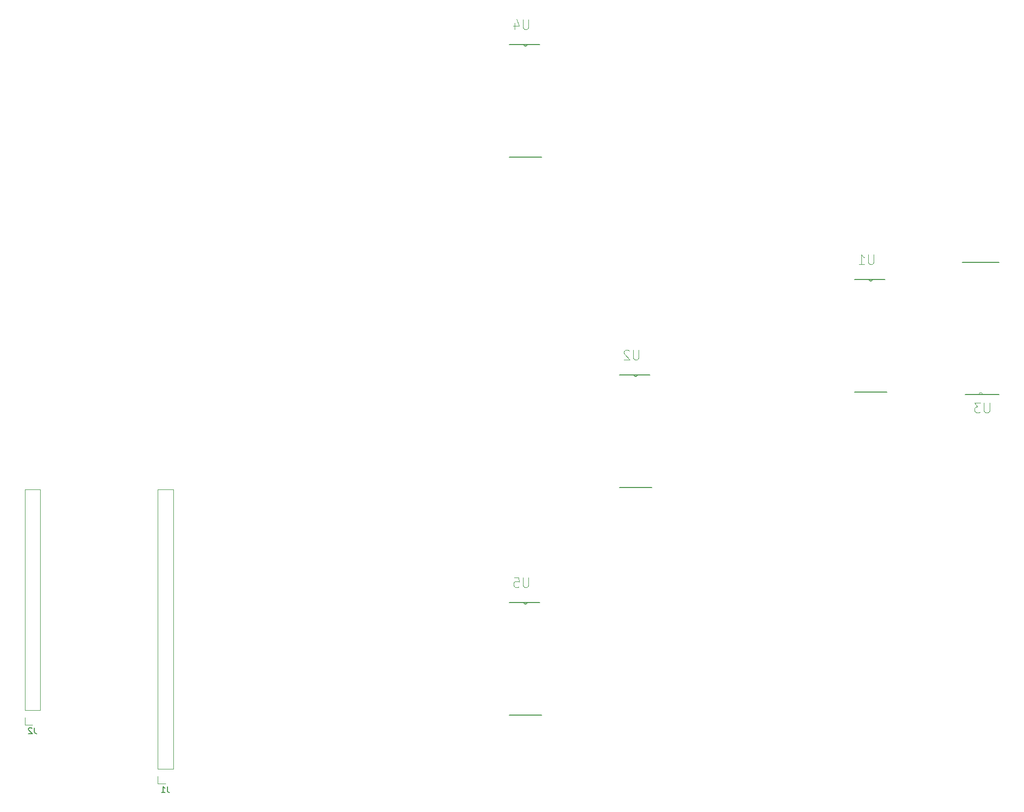
<source format=gbr>
%TF.GenerationSoftware,KiCad,Pcbnew,5.1.6-c6e7f7d~86~ubuntu18.04.1*%
%TF.CreationDate,2020-06-02T23:01:44+03:00*%
%TF.ProjectId,chessboard_pcb,63686573-7362-46f6-9172-645f7063622e,rev?*%
%TF.SameCoordinates,Original*%
%TF.FileFunction,Legend,Bot*%
%TF.FilePolarity,Positive*%
%FSLAX46Y46*%
G04 Gerber Fmt 4.6, Leading zero omitted, Abs format (unit mm)*
G04 Created by KiCad (PCBNEW 5.1.6-c6e7f7d~86~ubuntu18.04.1) date 2020-06-02 23:01:44*
%MOMM*%
%LPD*%
G01*
G04 APERTURE LIST*
%ADD10C,0.120000*%
%ADD11C,0.152400*%
%ADD12C,0.100000*%
%ADD13C,0.150000*%
%ADD14C,0.015000*%
G04 APERTURE END LIST*
D10*
%TO.C,J2*%
X58220000Y-161350000D02*
X59550000Y-161350000D01*
X58220000Y-160020000D02*
X58220000Y-161350000D01*
X58220000Y-158750000D02*
X60880000Y-158750000D01*
X60880000Y-158750000D02*
X60880000Y-120590000D01*
X58220000Y-158750000D02*
X58220000Y-120590000D01*
X58220000Y-120590000D02*
X60880000Y-120590000D01*
%TO.C,J1*%
X81220000Y-171510000D02*
X82550000Y-171510000D01*
X81220000Y-170180000D02*
X81220000Y-171510000D01*
X81220000Y-168910000D02*
X83880000Y-168910000D01*
X83880000Y-168910000D02*
X83880000Y-120590000D01*
X81220000Y-168910000D02*
X81220000Y-120590000D01*
X81220000Y-120590000D02*
X83880000Y-120590000D01*
D11*
%TO.C,U5*%
X145084800Y-140106400D02*
X147269200Y-140106400D01*
X144475200Y-140106400D02*
X145084800Y-140106400D01*
X141960600Y-140106400D02*
X144475200Y-140106400D01*
X147599400Y-159613600D02*
X141960600Y-159613600D01*
X144475200Y-140106400D02*
G75*
G03*
X145084800Y-140106400I304800J0D01*
G01*
%TO.C,U4*%
X145084800Y-43586400D02*
X147269200Y-43586400D01*
X144475200Y-43586400D02*
X145084800Y-43586400D01*
X141960600Y-43586400D02*
X144475200Y-43586400D01*
X147599400Y-63093600D02*
X141960600Y-63093600D01*
X144475200Y-43586400D02*
G75*
G03*
X145084800Y-43586400I304800J0D01*
G01*
%TO.C,U3*%
X223215200Y-104140000D02*
X220853000Y-104140000D01*
X223824800Y-104140000D02*
X223215200Y-104140000D01*
X226695000Y-104140000D02*
X223824800Y-104140000D01*
X220345000Y-81280000D02*
X226695000Y-81280000D01*
D12*
X223824800Y-104140000D02*
G75*
G03*
X223215200Y-104140000I-304800J0D01*
G01*
D11*
%TO.C,U2*%
X164134800Y-100736400D02*
X166319200Y-100736400D01*
X163525200Y-100736400D02*
X164134800Y-100736400D01*
X161010600Y-100736400D02*
X163525200Y-100736400D01*
X166649400Y-120243600D02*
X161010600Y-120243600D01*
X163525200Y-100736400D02*
G75*
G03*
X164134800Y-100736400I304800J0D01*
G01*
%TO.C,U1*%
X204774800Y-84226400D02*
X206959200Y-84226400D01*
X204165200Y-84226400D02*
X204774800Y-84226400D01*
X201650600Y-84226400D02*
X204165200Y-84226400D01*
X207289400Y-103733600D02*
X201650600Y-103733600D01*
X204165200Y-84226400D02*
G75*
G03*
X204774800Y-84226400I304800J0D01*
G01*
%TO.C,J2*%
D13*
X59883333Y-161802380D02*
X59883333Y-162516666D01*
X59930952Y-162659523D01*
X60026190Y-162754761D01*
X60169047Y-162802380D01*
X60264285Y-162802380D01*
X59454761Y-161897619D02*
X59407142Y-161850000D01*
X59311904Y-161802380D01*
X59073809Y-161802380D01*
X58978571Y-161850000D01*
X58930952Y-161897619D01*
X58883333Y-161992857D01*
X58883333Y-162088095D01*
X58930952Y-162230952D01*
X59502380Y-162802380D01*
X58883333Y-162802380D01*
%TO.C,J1*%
X82883333Y-171962380D02*
X82883333Y-172676666D01*
X82930952Y-172819523D01*
X83026190Y-172914761D01*
X83169047Y-172962380D01*
X83264285Y-172962380D01*
X81883333Y-172962380D02*
X82454761Y-172962380D01*
X82169047Y-172962380D02*
X82169047Y-171962380D01*
X82264285Y-172105238D01*
X82359523Y-172200476D01*
X82454761Y-172248095D01*
%TO.C,U5*%
D14*
X145321106Y-135840866D02*
X145321106Y-137169333D01*
X145242961Y-137325623D01*
X145164816Y-137403768D01*
X145008526Y-137481913D01*
X144695945Y-137481913D01*
X144539655Y-137403768D01*
X144461510Y-137325623D01*
X144383365Y-137169333D01*
X144383365Y-135840866D01*
X142820463Y-135840866D02*
X143601914Y-135840866D01*
X143680059Y-136622317D01*
X143601914Y-136544172D01*
X143445624Y-136466027D01*
X143054898Y-136466027D01*
X142898608Y-136544172D01*
X142820463Y-136622317D01*
X142742318Y-136778607D01*
X142742318Y-137169333D01*
X142820463Y-137325623D01*
X142898608Y-137403768D01*
X143054898Y-137481913D01*
X143445624Y-137481913D01*
X143601914Y-137403768D01*
X143680059Y-137325623D01*
%TO.C,U4*%
X145321106Y-39320866D02*
X145321106Y-40649333D01*
X145242961Y-40805623D01*
X145164816Y-40883768D01*
X145008526Y-40961913D01*
X144695945Y-40961913D01*
X144539655Y-40883768D01*
X144461510Y-40805623D01*
X144383365Y-40649333D01*
X144383365Y-39320866D01*
X142898608Y-39867882D02*
X142898608Y-40961913D01*
X143289334Y-39242721D02*
X143680059Y-40414897D01*
X142664173Y-40414897D01*
%TO.C,U3*%
X225016406Y-105624347D02*
X225016406Y-106956064D01*
X224938070Y-107112737D01*
X224859733Y-107191073D01*
X224703061Y-107269410D01*
X224389715Y-107269410D01*
X224233043Y-107191073D01*
X224154706Y-107112737D01*
X224076370Y-106956064D01*
X224076370Y-105624347D01*
X223449679Y-105624347D02*
X222431307Y-105624347D01*
X222979661Y-106251037D01*
X222744652Y-106251037D01*
X222587980Y-106329374D01*
X222509643Y-106407710D01*
X222431307Y-106564383D01*
X222431307Y-106956064D01*
X222509643Y-107112737D01*
X222587980Y-107191073D01*
X222744652Y-107269410D01*
X223214670Y-107269410D01*
X223371343Y-107191073D01*
X223449679Y-107112737D01*
%TO.C,U2*%
X164371106Y-96470866D02*
X164371106Y-97799333D01*
X164292961Y-97955623D01*
X164214816Y-98033768D01*
X164058526Y-98111913D01*
X163745945Y-98111913D01*
X163589655Y-98033768D01*
X163511510Y-97955623D01*
X163433365Y-97799333D01*
X163433365Y-96470866D01*
X162730059Y-96627156D02*
X162651914Y-96549011D01*
X162495624Y-96470866D01*
X162104898Y-96470866D01*
X161948608Y-96549011D01*
X161870463Y-96627156D01*
X161792318Y-96783446D01*
X161792318Y-96939736D01*
X161870463Y-97174172D01*
X162808204Y-98111913D01*
X161792318Y-98111913D01*
%TO.C,U1*%
X205011106Y-79960866D02*
X205011106Y-81289333D01*
X204932961Y-81445623D01*
X204854816Y-81523768D01*
X204698526Y-81601913D01*
X204385945Y-81601913D01*
X204229655Y-81523768D01*
X204151510Y-81445623D01*
X204073365Y-81289333D01*
X204073365Y-79960866D01*
X202432318Y-81601913D02*
X203370059Y-81601913D01*
X202901188Y-81601913D02*
X202901188Y-79960866D01*
X203057479Y-80195301D01*
X203213769Y-80351591D01*
X203370059Y-80429736D01*
%TD*%
M02*

</source>
